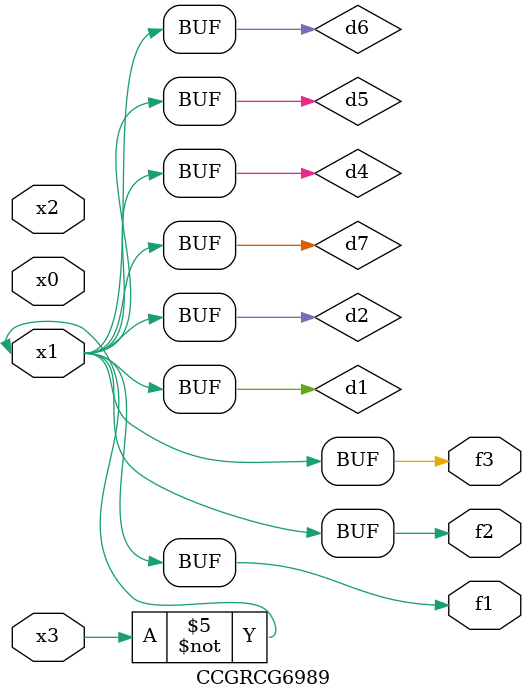
<source format=v>
module CCGRCG6989(
	input x0, x1, x2, x3,
	output f1, f2, f3
);

	wire d1, d2, d3, d4, d5, d6, d7;

	not (d1, x3);
	buf (d2, x1);
	xnor (d3, d1, d2);
	nor (d4, d1);
	buf (d5, d1, d2);
	buf (d6, d4, d5);
	nand (d7, d4);
	assign f1 = d6;
	assign f2 = d7;
	assign f3 = d6;
endmodule

</source>
